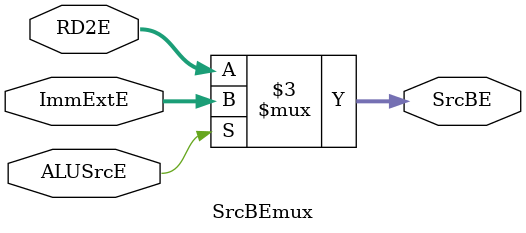
<source format=sv>
module SrcBEmux #(
    parameter W = 32,
    parameter AW = 5
)(
    input logic ALUSrcE,
    input logic [W-1:0] RD2E,
    input logic [W-1:0] ImmExtE,

    output logic [W-1:0] SrcBE

);

always_comb begin 
    if(ALUSrcE) begin
        SrcBE = ImmExtE;
    end
    else begin 
        SrcBE = RD2E;
    end
end

endmodule

</source>
